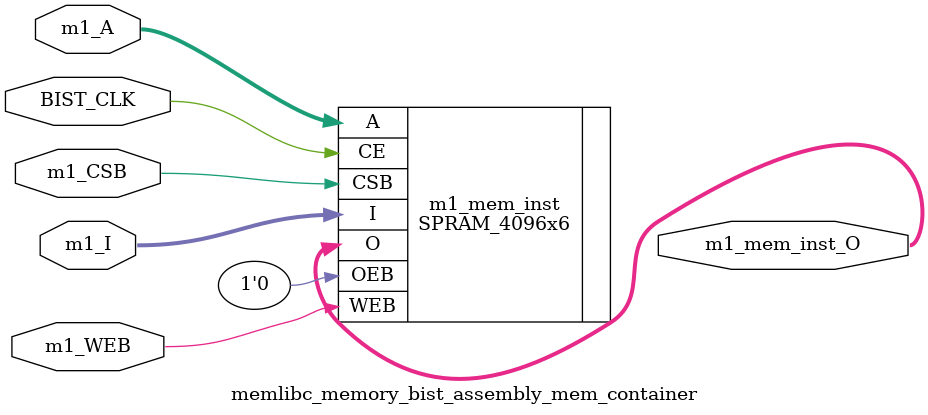
<source format=v>
/* Generated by Tessent Shell 2022.4 at Mon Apr 28 12:25:16 IST 2025 */
module memlibc_memory_bist_assembly(BIST_CLK, m1_A, m1_WEB, m1_CSB, m1_I, m1_O);
  input  [11:0] m1_A;
  input  [5:0] m1_I;
  input  BIST_CLK, m1_WEB, m1_CSB;
  output [5:0] m1_O;

  memlibc_memory_bist_assembly_mem_container mem_container_inst(
      .m1_A(m1_A), .BIST_CLK(BIST_CLK), .m1_WEB(m1_WEB), .m1_CSB(m1_CSB), .m1_I(m1_I), 
      .m1_mem_inst_O(m1_O)
  );
endmodule

module memlibc_memory_bist_assembly_mem_container(m1_A, BIST_CLK, m1_WEB, m1_CSB, 
                                                  m1_I, m1_mem_inst_O);
  input  [11:0] m1_A;
  input  [5:0] m1_I;
  input  BIST_CLK, m1_WEB, m1_CSB;
  output [5:0] m1_mem_inst_O;

  SPRAM_4096x6 m1_mem_inst(
      .A(m1_A), .CE(BIST_CLK), .WEB(m1_WEB), .OEB(1'b0), .CSB(m1_CSB), .I(m1_I), 
      .O(m1_mem_inst_O)
  );
endmodule


</source>
